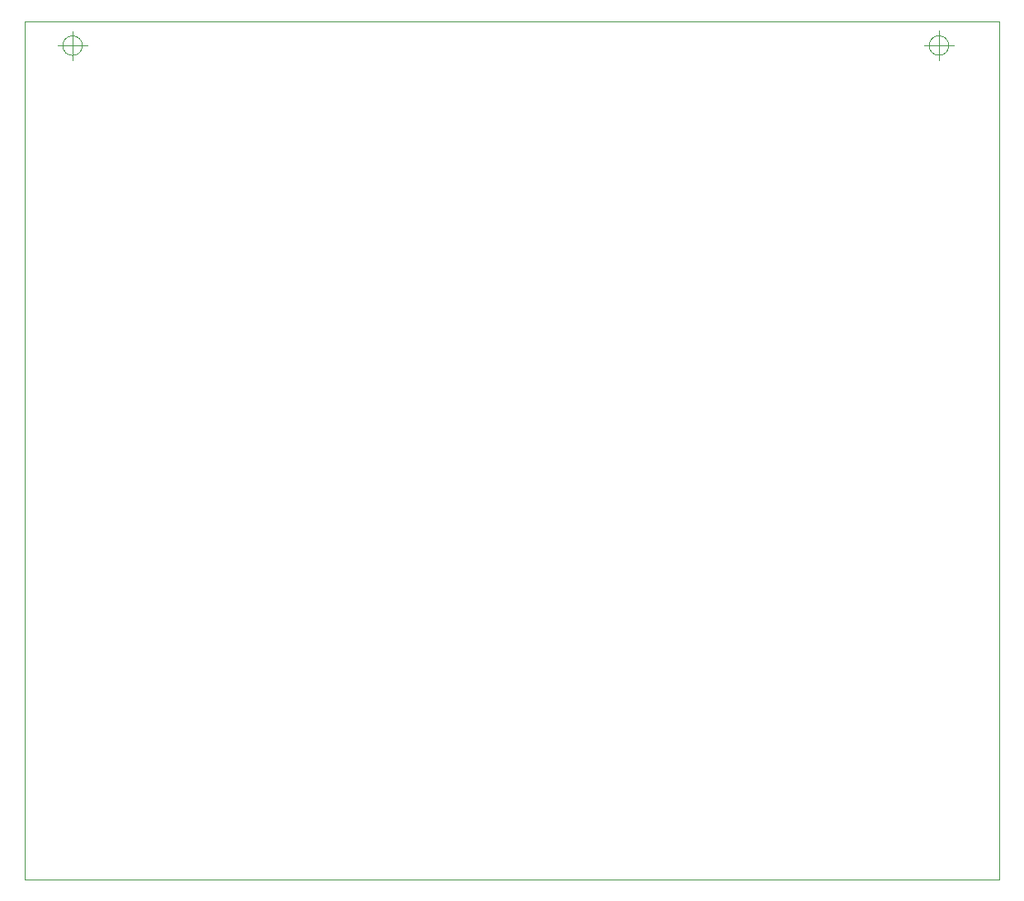
<source format=gbr>
%TF.GenerationSoftware,KiCad,Pcbnew,(5.1.12)-1*%
%TF.CreationDate,2022-04-03T13:26:01+02:00*%
%TF.ProjectId,ec1834-post,65633138-3334-42d7-906f-73742e6b6963,rev?*%
%TF.SameCoordinates,Original*%
%TF.FileFunction,Profile,NP*%
%FSLAX46Y46*%
G04 Gerber Fmt 4.6, Leading zero omitted, Abs format (unit mm)*
G04 Created by KiCad (PCBNEW (5.1.12)-1) date 2022-04-03 13:26:01*
%MOMM*%
%LPD*%
G01*
G04 APERTURE LIST*
%TA.AperFunction,Profile*%
%ADD10C,0.050000*%
%TD*%
G04 APERTURE END LIST*
D10*
X24921136Y-23454624D02*
G75*
G03*
X24921136Y-23454624I-1000000J0D01*
G01*
X22421136Y-23454624D02*
X25421136Y-23454624D01*
X23921136Y-21954624D02*
X23921136Y-24954624D01*
X113817725Y-23445250D02*
G75*
G03*
X113817725Y-23445250I-1000000J0D01*
G01*
X111317725Y-23445250D02*
X114317725Y-23445250D01*
X112817725Y-21945250D02*
X112817725Y-24945250D01*
X19000000Y-109000000D02*
X19000000Y-21000000D01*
X119000000Y-109000000D02*
X19000000Y-109000000D01*
X119000000Y-21000000D02*
X119000000Y-109000000D01*
X19000000Y-21000000D02*
X119000000Y-21000000D01*
M02*

</source>
